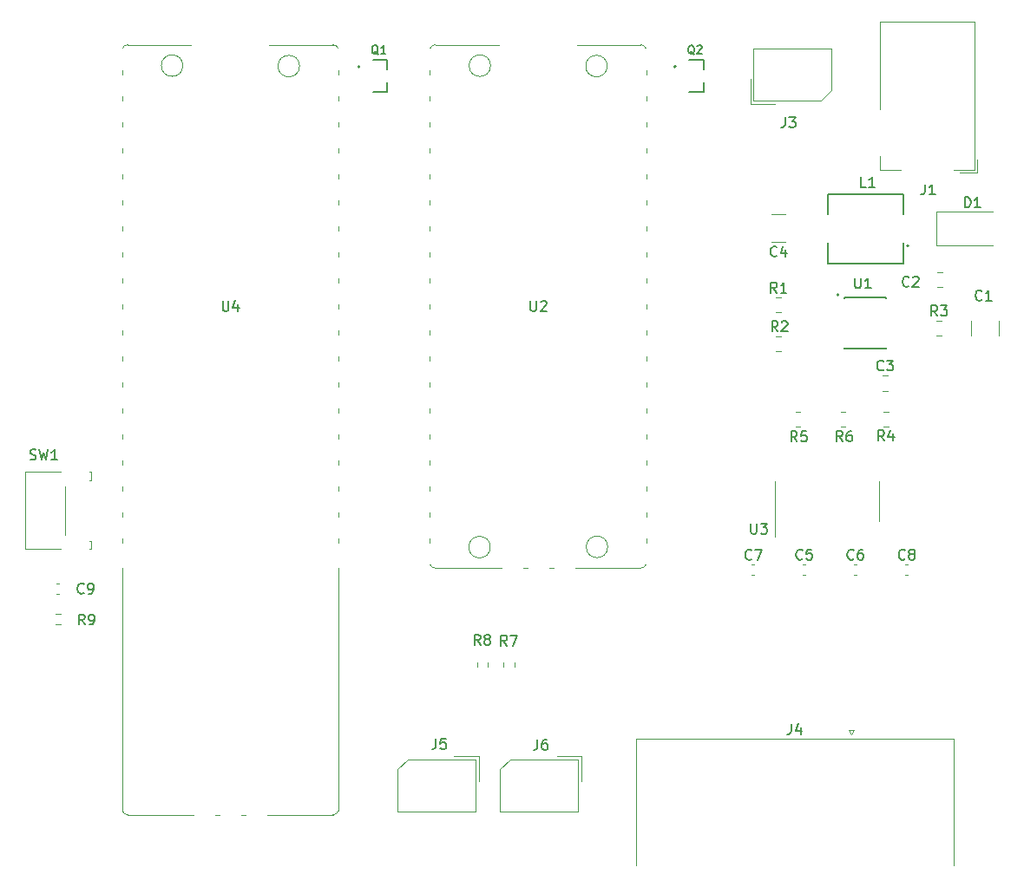
<source format=gbr>
%TF.GenerationSoftware,KiCad,Pcbnew,7.0.1-3b83917a11~172~ubuntu22.04.1*%
%TF.CreationDate,2023-04-16T23:39:10+09:00*%
%TF.ProjectId,pcb,7063622e-6b69-4636-9164-5f7063625858,rev?*%
%TF.SameCoordinates,Original*%
%TF.FileFunction,Legend,Top*%
%TF.FilePolarity,Positive*%
%FSLAX46Y46*%
G04 Gerber Fmt 4.6, Leading zero omitted, Abs format (unit mm)*
G04 Created by KiCad (PCBNEW 7.0.1-3b83917a11~172~ubuntu22.04.1) date 2023-04-16 23:39:10*
%MOMM*%
%LPD*%
G01*
G04 APERTURE LIST*
%ADD10C,0.150000*%
%ADD11C,0.120000*%
%ADD12C,0.200000*%
%ADD13C,0.127000*%
G04 APERTURE END LIST*
D10*
%TO.C,U3*%
X91172295Y-67227419D02*
X91172295Y-68036942D01*
X91172295Y-68036942D02*
X91219914Y-68132180D01*
X91219914Y-68132180D02*
X91267533Y-68179800D01*
X91267533Y-68179800D02*
X91362771Y-68227419D01*
X91362771Y-68227419D02*
X91553247Y-68227419D01*
X91553247Y-68227419D02*
X91648485Y-68179800D01*
X91648485Y-68179800D02*
X91696104Y-68132180D01*
X91696104Y-68132180D02*
X91743723Y-68036942D01*
X91743723Y-68036942D02*
X91743723Y-67227419D01*
X92124676Y-67227419D02*
X92743723Y-67227419D01*
X92743723Y-67227419D02*
X92410390Y-67608371D01*
X92410390Y-67608371D02*
X92553247Y-67608371D01*
X92553247Y-67608371D02*
X92648485Y-67655990D01*
X92648485Y-67655990D02*
X92696104Y-67703609D01*
X92696104Y-67703609D02*
X92743723Y-67798847D01*
X92743723Y-67798847D02*
X92743723Y-68036942D01*
X92743723Y-68036942D02*
X92696104Y-68132180D01*
X92696104Y-68132180D02*
X92648485Y-68179800D01*
X92648485Y-68179800D02*
X92553247Y-68227419D01*
X92553247Y-68227419D02*
X92267533Y-68227419D01*
X92267533Y-68227419D02*
X92172295Y-68179800D01*
X92172295Y-68179800D02*
X92124676Y-68132180D01*
%TO.C,R7*%
X67371933Y-79150819D02*
X67038600Y-78674628D01*
X66800505Y-79150819D02*
X66800505Y-78150819D01*
X66800505Y-78150819D02*
X67181457Y-78150819D01*
X67181457Y-78150819D02*
X67276695Y-78198438D01*
X67276695Y-78198438D02*
X67324314Y-78246057D01*
X67324314Y-78246057D02*
X67371933Y-78341295D01*
X67371933Y-78341295D02*
X67371933Y-78484152D01*
X67371933Y-78484152D02*
X67324314Y-78579390D01*
X67324314Y-78579390D02*
X67276695Y-78627009D01*
X67276695Y-78627009D02*
X67181457Y-78674628D01*
X67181457Y-78674628D02*
X66800505Y-78674628D01*
X67705267Y-78150819D02*
X68371933Y-78150819D01*
X68371933Y-78150819D02*
X67943362Y-79150819D01*
%TO.C,J4*%
X95126666Y-86776519D02*
X95126666Y-87490804D01*
X95126666Y-87490804D02*
X95079047Y-87633661D01*
X95079047Y-87633661D02*
X94983809Y-87728900D01*
X94983809Y-87728900D02*
X94840952Y-87776519D01*
X94840952Y-87776519D02*
X94745714Y-87776519D01*
X96031428Y-87109852D02*
X96031428Y-87776519D01*
X95793333Y-86728900D02*
X95555238Y-87443185D01*
X95555238Y-87443185D02*
X96174285Y-87443185D01*
%TO.C,J5*%
X60448866Y-88235619D02*
X60448866Y-88949904D01*
X60448866Y-88949904D02*
X60401247Y-89092761D01*
X60401247Y-89092761D02*
X60306009Y-89188000D01*
X60306009Y-89188000D02*
X60163152Y-89235619D01*
X60163152Y-89235619D02*
X60067914Y-89235619D01*
X61401247Y-88235619D02*
X60925057Y-88235619D01*
X60925057Y-88235619D02*
X60877438Y-88711809D01*
X60877438Y-88711809D02*
X60925057Y-88664190D01*
X60925057Y-88664190D02*
X61020295Y-88616571D01*
X61020295Y-88616571D02*
X61258390Y-88616571D01*
X61258390Y-88616571D02*
X61353628Y-88664190D01*
X61353628Y-88664190D02*
X61401247Y-88711809D01*
X61401247Y-88711809D02*
X61448866Y-88807047D01*
X61448866Y-88807047D02*
X61448866Y-89045142D01*
X61448866Y-89045142D02*
X61401247Y-89140380D01*
X61401247Y-89140380D02*
X61353628Y-89188000D01*
X61353628Y-89188000D02*
X61258390Y-89235619D01*
X61258390Y-89235619D02*
X61020295Y-89235619D01*
X61020295Y-89235619D02*
X60925057Y-89188000D01*
X60925057Y-89188000D02*
X60877438Y-89140380D01*
%TO.C,R8*%
X64781133Y-79100019D02*
X64447800Y-78623828D01*
X64209705Y-79100019D02*
X64209705Y-78100019D01*
X64209705Y-78100019D02*
X64590657Y-78100019D01*
X64590657Y-78100019D02*
X64685895Y-78147638D01*
X64685895Y-78147638D02*
X64733514Y-78195257D01*
X64733514Y-78195257D02*
X64781133Y-78290495D01*
X64781133Y-78290495D02*
X64781133Y-78433352D01*
X64781133Y-78433352D02*
X64733514Y-78528590D01*
X64733514Y-78528590D02*
X64685895Y-78576209D01*
X64685895Y-78576209D02*
X64590657Y-78623828D01*
X64590657Y-78623828D02*
X64209705Y-78623828D01*
X65352562Y-78528590D02*
X65257324Y-78480971D01*
X65257324Y-78480971D02*
X65209705Y-78433352D01*
X65209705Y-78433352D02*
X65162086Y-78338114D01*
X65162086Y-78338114D02*
X65162086Y-78290495D01*
X65162086Y-78290495D02*
X65209705Y-78195257D01*
X65209705Y-78195257D02*
X65257324Y-78147638D01*
X65257324Y-78147638D02*
X65352562Y-78100019D01*
X65352562Y-78100019D02*
X65543038Y-78100019D01*
X65543038Y-78100019D02*
X65638276Y-78147638D01*
X65638276Y-78147638D02*
X65685895Y-78195257D01*
X65685895Y-78195257D02*
X65733514Y-78290495D01*
X65733514Y-78290495D02*
X65733514Y-78338114D01*
X65733514Y-78338114D02*
X65685895Y-78433352D01*
X65685895Y-78433352D02*
X65638276Y-78480971D01*
X65638276Y-78480971D02*
X65543038Y-78528590D01*
X65543038Y-78528590D02*
X65352562Y-78528590D01*
X65352562Y-78528590D02*
X65257324Y-78576209D01*
X65257324Y-78576209D02*
X65209705Y-78623828D01*
X65209705Y-78623828D02*
X65162086Y-78719066D01*
X65162086Y-78719066D02*
X65162086Y-78909542D01*
X65162086Y-78909542D02*
X65209705Y-79004780D01*
X65209705Y-79004780D02*
X65257324Y-79052400D01*
X65257324Y-79052400D02*
X65352562Y-79100019D01*
X65352562Y-79100019D02*
X65543038Y-79100019D01*
X65543038Y-79100019D02*
X65638276Y-79052400D01*
X65638276Y-79052400D02*
X65685895Y-79004780D01*
X65685895Y-79004780D02*
X65733514Y-78909542D01*
X65733514Y-78909542D02*
X65733514Y-78719066D01*
X65733514Y-78719066D02*
X65685895Y-78623828D01*
X65685895Y-78623828D02*
X65638276Y-78576209D01*
X65638276Y-78576209D02*
X65543038Y-78528590D01*
%TO.C,C8*%
X106207133Y-70664580D02*
X106159514Y-70712200D01*
X106159514Y-70712200D02*
X106016657Y-70759819D01*
X106016657Y-70759819D02*
X105921419Y-70759819D01*
X105921419Y-70759819D02*
X105778562Y-70712200D01*
X105778562Y-70712200D02*
X105683324Y-70616961D01*
X105683324Y-70616961D02*
X105635705Y-70521723D01*
X105635705Y-70521723D02*
X105588086Y-70331247D01*
X105588086Y-70331247D02*
X105588086Y-70188390D01*
X105588086Y-70188390D02*
X105635705Y-69997914D01*
X105635705Y-69997914D02*
X105683324Y-69902676D01*
X105683324Y-69902676D02*
X105778562Y-69807438D01*
X105778562Y-69807438D02*
X105921419Y-69759819D01*
X105921419Y-69759819D02*
X106016657Y-69759819D01*
X106016657Y-69759819D02*
X106159514Y-69807438D01*
X106159514Y-69807438D02*
X106207133Y-69855057D01*
X106778562Y-70188390D02*
X106683324Y-70140771D01*
X106683324Y-70140771D02*
X106635705Y-70093152D01*
X106635705Y-70093152D02*
X106588086Y-69997914D01*
X106588086Y-69997914D02*
X106588086Y-69950295D01*
X106588086Y-69950295D02*
X106635705Y-69855057D01*
X106635705Y-69855057D02*
X106683324Y-69807438D01*
X106683324Y-69807438D02*
X106778562Y-69759819D01*
X106778562Y-69759819D02*
X106969038Y-69759819D01*
X106969038Y-69759819D02*
X107064276Y-69807438D01*
X107064276Y-69807438D02*
X107111895Y-69855057D01*
X107111895Y-69855057D02*
X107159514Y-69950295D01*
X107159514Y-69950295D02*
X107159514Y-69997914D01*
X107159514Y-69997914D02*
X107111895Y-70093152D01*
X107111895Y-70093152D02*
X107064276Y-70140771D01*
X107064276Y-70140771D02*
X106969038Y-70188390D01*
X106969038Y-70188390D02*
X106778562Y-70188390D01*
X106778562Y-70188390D02*
X106683324Y-70236009D01*
X106683324Y-70236009D02*
X106635705Y-70283628D01*
X106635705Y-70283628D02*
X106588086Y-70378866D01*
X106588086Y-70378866D02*
X106588086Y-70569342D01*
X106588086Y-70569342D02*
X106635705Y-70664580D01*
X106635705Y-70664580D02*
X106683324Y-70712200D01*
X106683324Y-70712200D02*
X106778562Y-70759819D01*
X106778562Y-70759819D02*
X106969038Y-70759819D01*
X106969038Y-70759819D02*
X107064276Y-70712200D01*
X107064276Y-70712200D02*
X107111895Y-70664580D01*
X107111895Y-70664580D02*
X107159514Y-70569342D01*
X107159514Y-70569342D02*
X107159514Y-70378866D01*
X107159514Y-70378866D02*
X107111895Y-70283628D01*
X107111895Y-70283628D02*
X107064276Y-70236009D01*
X107064276Y-70236009D02*
X106969038Y-70188390D01*
%TO.C,C9*%
X26096933Y-73976580D02*
X26049314Y-74024200D01*
X26049314Y-74024200D02*
X25906457Y-74071819D01*
X25906457Y-74071819D02*
X25811219Y-74071819D01*
X25811219Y-74071819D02*
X25668362Y-74024200D01*
X25668362Y-74024200D02*
X25573124Y-73928961D01*
X25573124Y-73928961D02*
X25525505Y-73833723D01*
X25525505Y-73833723D02*
X25477886Y-73643247D01*
X25477886Y-73643247D02*
X25477886Y-73500390D01*
X25477886Y-73500390D02*
X25525505Y-73309914D01*
X25525505Y-73309914D02*
X25573124Y-73214676D01*
X25573124Y-73214676D02*
X25668362Y-73119438D01*
X25668362Y-73119438D02*
X25811219Y-73071819D01*
X25811219Y-73071819D02*
X25906457Y-73071819D01*
X25906457Y-73071819D02*
X26049314Y-73119438D01*
X26049314Y-73119438D02*
X26096933Y-73167057D01*
X26573124Y-74071819D02*
X26763600Y-74071819D01*
X26763600Y-74071819D02*
X26858838Y-74024200D01*
X26858838Y-74024200D02*
X26906457Y-73976580D01*
X26906457Y-73976580D02*
X27001695Y-73833723D01*
X27001695Y-73833723D02*
X27049314Y-73643247D01*
X27049314Y-73643247D02*
X27049314Y-73262295D01*
X27049314Y-73262295D02*
X27001695Y-73167057D01*
X27001695Y-73167057D02*
X26954076Y-73119438D01*
X26954076Y-73119438D02*
X26858838Y-73071819D01*
X26858838Y-73071819D02*
X26668362Y-73071819D01*
X26668362Y-73071819D02*
X26573124Y-73119438D01*
X26573124Y-73119438D02*
X26525505Y-73167057D01*
X26525505Y-73167057D02*
X26477886Y-73262295D01*
X26477886Y-73262295D02*
X26477886Y-73500390D01*
X26477886Y-73500390D02*
X26525505Y-73595628D01*
X26525505Y-73595628D02*
X26573124Y-73643247D01*
X26573124Y-73643247D02*
X26668362Y-73690866D01*
X26668362Y-73690866D02*
X26858838Y-73690866D01*
X26858838Y-73690866D02*
X26954076Y-73643247D01*
X26954076Y-73643247D02*
X27001695Y-73595628D01*
X27001695Y-73595628D02*
X27049314Y-73500390D01*
%TO.C,C5*%
X96207133Y-70664580D02*
X96159514Y-70712200D01*
X96159514Y-70712200D02*
X96016657Y-70759819D01*
X96016657Y-70759819D02*
X95921419Y-70759819D01*
X95921419Y-70759819D02*
X95778562Y-70712200D01*
X95778562Y-70712200D02*
X95683324Y-70616961D01*
X95683324Y-70616961D02*
X95635705Y-70521723D01*
X95635705Y-70521723D02*
X95588086Y-70331247D01*
X95588086Y-70331247D02*
X95588086Y-70188390D01*
X95588086Y-70188390D02*
X95635705Y-69997914D01*
X95635705Y-69997914D02*
X95683324Y-69902676D01*
X95683324Y-69902676D02*
X95778562Y-69807438D01*
X95778562Y-69807438D02*
X95921419Y-69759819D01*
X95921419Y-69759819D02*
X96016657Y-69759819D01*
X96016657Y-69759819D02*
X96159514Y-69807438D01*
X96159514Y-69807438D02*
X96207133Y-69855057D01*
X97111895Y-69759819D02*
X96635705Y-69759819D01*
X96635705Y-69759819D02*
X96588086Y-70236009D01*
X96588086Y-70236009D02*
X96635705Y-70188390D01*
X96635705Y-70188390D02*
X96730943Y-70140771D01*
X96730943Y-70140771D02*
X96969038Y-70140771D01*
X96969038Y-70140771D02*
X97064276Y-70188390D01*
X97064276Y-70188390D02*
X97111895Y-70236009D01*
X97111895Y-70236009D02*
X97159514Y-70331247D01*
X97159514Y-70331247D02*
X97159514Y-70569342D01*
X97159514Y-70569342D02*
X97111895Y-70664580D01*
X97111895Y-70664580D02*
X97064276Y-70712200D01*
X97064276Y-70712200D02*
X96969038Y-70759819D01*
X96969038Y-70759819D02*
X96730943Y-70759819D01*
X96730943Y-70759819D02*
X96635705Y-70712200D01*
X96635705Y-70712200D02*
X96588086Y-70664580D01*
%TO.C,R2*%
X93799533Y-48466219D02*
X93466200Y-47990028D01*
X93228105Y-48466219D02*
X93228105Y-47466219D01*
X93228105Y-47466219D02*
X93609057Y-47466219D01*
X93609057Y-47466219D02*
X93704295Y-47513838D01*
X93704295Y-47513838D02*
X93751914Y-47561457D01*
X93751914Y-47561457D02*
X93799533Y-47656695D01*
X93799533Y-47656695D02*
X93799533Y-47799552D01*
X93799533Y-47799552D02*
X93751914Y-47894790D01*
X93751914Y-47894790D02*
X93704295Y-47942409D01*
X93704295Y-47942409D02*
X93609057Y-47990028D01*
X93609057Y-47990028D02*
X93228105Y-47990028D01*
X94180486Y-47561457D02*
X94228105Y-47513838D01*
X94228105Y-47513838D02*
X94323343Y-47466219D01*
X94323343Y-47466219D02*
X94561438Y-47466219D01*
X94561438Y-47466219D02*
X94656676Y-47513838D01*
X94656676Y-47513838D02*
X94704295Y-47561457D01*
X94704295Y-47561457D02*
X94751914Y-47656695D01*
X94751914Y-47656695D02*
X94751914Y-47751933D01*
X94751914Y-47751933D02*
X94704295Y-47894790D01*
X94704295Y-47894790D02*
X94132867Y-48466219D01*
X94132867Y-48466219D02*
X94751914Y-48466219D01*
%TO.C,R6*%
X100124133Y-59185019D02*
X99790800Y-58708828D01*
X99552705Y-59185019D02*
X99552705Y-58185019D01*
X99552705Y-58185019D02*
X99933657Y-58185019D01*
X99933657Y-58185019D02*
X100028895Y-58232638D01*
X100028895Y-58232638D02*
X100076514Y-58280257D01*
X100076514Y-58280257D02*
X100124133Y-58375495D01*
X100124133Y-58375495D02*
X100124133Y-58518352D01*
X100124133Y-58518352D02*
X100076514Y-58613590D01*
X100076514Y-58613590D02*
X100028895Y-58661209D01*
X100028895Y-58661209D02*
X99933657Y-58708828D01*
X99933657Y-58708828D02*
X99552705Y-58708828D01*
X100981276Y-58185019D02*
X100790800Y-58185019D01*
X100790800Y-58185019D02*
X100695562Y-58232638D01*
X100695562Y-58232638D02*
X100647943Y-58280257D01*
X100647943Y-58280257D02*
X100552705Y-58423114D01*
X100552705Y-58423114D02*
X100505086Y-58613590D01*
X100505086Y-58613590D02*
X100505086Y-58994542D01*
X100505086Y-58994542D02*
X100552705Y-59089780D01*
X100552705Y-59089780D02*
X100600324Y-59137400D01*
X100600324Y-59137400D02*
X100695562Y-59185019D01*
X100695562Y-59185019D02*
X100886038Y-59185019D01*
X100886038Y-59185019D02*
X100981276Y-59137400D01*
X100981276Y-59137400D02*
X101028895Y-59089780D01*
X101028895Y-59089780D02*
X101076514Y-58994542D01*
X101076514Y-58994542D02*
X101076514Y-58756447D01*
X101076514Y-58756447D02*
X101028895Y-58661209D01*
X101028895Y-58661209D02*
X100981276Y-58613590D01*
X100981276Y-58613590D02*
X100886038Y-58565971D01*
X100886038Y-58565971D02*
X100695562Y-58565971D01*
X100695562Y-58565971D02*
X100600324Y-58613590D01*
X100600324Y-58613590D02*
X100552705Y-58661209D01*
X100552705Y-58661209D02*
X100505086Y-58756447D01*
%TO.C,C3*%
X104111933Y-52200980D02*
X104064314Y-52248600D01*
X104064314Y-52248600D02*
X103921457Y-52296219D01*
X103921457Y-52296219D02*
X103826219Y-52296219D01*
X103826219Y-52296219D02*
X103683362Y-52248600D01*
X103683362Y-52248600D02*
X103588124Y-52153361D01*
X103588124Y-52153361D02*
X103540505Y-52058123D01*
X103540505Y-52058123D02*
X103492886Y-51867647D01*
X103492886Y-51867647D02*
X103492886Y-51724790D01*
X103492886Y-51724790D02*
X103540505Y-51534314D01*
X103540505Y-51534314D02*
X103588124Y-51439076D01*
X103588124Y-51439076D02*
X103683362Y-51343838D01*
X103683362Y-51343838D02*
X103826219Y-51296219D01*
X103826219Y-51296219D02*
X103921457Y-51296219D01*
X103921457Y-51296219D02*
X104064314Y-51343838D01*
X104064314Y-51343838D02*
X104111933Y-51391457D01*
X104445267Y-51296219D02*
X105064314Y-51296219D01*
X105064314Y-51296219D02*
X104730981Y-51677171D01*
X104730981Y-51677171D02*
X104873838Y-51677171D01*
X104873838Y-51677171D02*
X104969076Y-51724790D01*
X104969076Y-51724790D02*
X105016695Y-51772409D01*
X105016695Y-51772409D02*
X105064314Y-51867647D01*
X105064314Y-51867647D02*
X105064314Y-52105742D01*
X105064314Y-52105742D02*
X105016695Y-52200980D01*
X105016695Y-52200980D02*
X104969076Y-52248600D01*
X104969076Y-52248600D02*
X104873838Y-52296219D01*
X104873838Y-52296219D02*
X104588124Y-52296219D01*
X104588124Y-52296219D02*
X104492886Y-52248600D01*
X104492886Y-52248600D02*
X104445267Y-52200980D01*
%TO.C,R3*%
X109369733Y-46943219D02*
X109036400Y-46467028D01*
X108798305Y-46943219D02*
X108798305Y-45943219D01*
X108798305Y-45943219D02*
X109179257Y-45943219D01*
X109179257Y-45943219D02*
X109274495Y-45990838D01*
X109274495Y-45990838D02*
X109322114Y-46038457D01*
X109322114Y-46038457D02*
X109369733Y-46133695D01*
X109369733Y-46133695D02*
X109369733Y-46276552D01*
X109369733Y-46276552D02*
X109322114Y-46371790D01*
X109322114Y-46371790D02*
X109274495Y-46419409D01*
X109274495Y-46419409D02*
X109179257Y-46467028D01*
X109179257Y-46467028D02*
X108798305Y-46467028D01*
X109703067Y-45943219D02*
X110322114Y-45943219D01*
X110322114Y-45943219D02*
X109988781Y-46324171D01*
X109988781Y-46324171D02*
X110131638Y-46324171D01*
X110131638Y-46324171D02*
X110226876Y-46371790D01*
X110226876Y-46371790D02*
X110274495Y-46419409D01*
X110274495Y-46419409D02*
X110322114Y-46514647D01*
X110322114Y-46514647D02*
X110322114Y-46752742D01*
X110322114Y-46752742D02*
X110274495Y-46847980D01*
X110274495Y-46847980D02*
X110226876Y-46895600D01*
X110226876Y-46895600D02*
X110131638Y-46943219D01*
X110131638Y-46943219D02*
X109845924Y-46943219D01*
X109845924Y-46943219D02*
X109750686Y-46895600D01*
X109750686Y-46895600D02*
X109703067Y-46847980D01*
%TO.C,C1*%
X113713133Y-45348380D02*
X113665514Y-45396000D01*
X113665514Y-45396000D02*
X113522657Y-45443619D01*
X113522657Y-45443619D02*
X113427419Y-45443619D01*
X113427419Y-45443619D02*
X113284562Y-45396000D01*
X113284562Y-45396000D02*
X113189324Y-45300761D01*
X113189324Y-45300761D02*
X113141705Y-45205523D01*
X113141705Y-45205523D02*
X113094086Y-45015047D01*
X113094086Y-45015047D02*
X113094086Y-44872190D01*
X113094086Y-44872190D02*
X113141705Y-44681714D01*
X113141705Y-44681714D02*
X113189324Y-44586476D01*
X113189324Y-44586476D02*
X113284562Y-44491238D01*
X113284562Y-44491238D02*
X113427419Y-44443619D01*
X113427419Y-44443619D02*
X113522657Y-44443619D01*
X113522657Y-44443619D02*
X113665514Y-44491238D01*
X113665514Y-44491238D02*
X113713133Y-44538857D01*
X114665514Y-45443619D02*
X114094086Y-45443619D01*
X114379800Y-45443619D02*
X114379800Y-44443619D01*
X114379800Y-44443619D02*
X114284562Y-44586476D01*
X114284562Y-44586476D02*
X114189324Y-44681714D01*
X114189324Y-44681714D02*
X114094086Y-44729333D01*
%TO.C,R9*%
X26173133Y-77094419D02*
X25839800Y-76618228D01*
X25601705Y-77094419D02*
X25601705Y-76094419D01*
X25601705Y-76094419D02*
X25982657Y-76094419D01*
X25982657Y-76094419D02*
X26077895Y-76142038D01*
X26077895Y-76142038D02*
X26125514Y-76189657D01*
X26125514Y-76189657D02*
X26173133Y-76284895D01*
X26173133Y-76284895D02*
X26173133Y-76427752D01*
X26173133Y-76427752D02*
X26125514Y-76522990D01*
X26125514Y-76522990D02*
X26077895Y-76570609D01*
X26077895Y-76570609D02*
X25982657Y-76618228D01*
X25982657Y-76618228D02*
X25601705Y-76618228D01*
X26649324Y-77094419D02*
X26839800Y-77094419D01*
X26839800Y-77094419D02*
X26935038Y-77046800D01*
X26935038Y-77046800D02*
X26982657Y-76999180D01*
X26982657Y-76999180D02*
X27077895Y-76856323D01*
X27077895Y-76856323D02*
X27125514Y-76665847D01*
X27125514Y-76665847D02*
X27125514Y-76284895D01*
X27125514Y-76284895D02*
X27077895Y-76189657D01*
X27077895Y-76189657D02*
X27030276Y-76142038D01*
X27030276Y-76142038D02*
X26935038Y-76094419D01*
X26935038Y-76094419D02*
X26744562Y-76094419D01*
X26744562Y-76094419D02*
X26649324Y-76142038D01*
X26649324Y-76142038D02*
X26601705Y-76189657D01*
X26601705Y-76189657D02*
X26554086Y-76284895D01*
X26554086Y-76284895D02*
X26554086Y-76522990D01*
X26554086Y-76522990D02*
X26601705Y-76618228D01*
X26601705Y-76618228D02*
X26649324Y-76665847D01*
X26649324Y-76665847D02*
X26744562Y-76713466D01*
X26744562Y-76713466D02*
X26935038Y-76713466D01*
X26935038Y-76713466D02*
X27030276Y-76665847D01*
X27030276Y-76665847D02*
X27077895Y-76618228D01*
X27077895Y-76618228D02*
X27125514Y-76522990D01*
%TO.C,J6*%
X70354866Y-88311819D02*
X70354866Y-89026104D01*
X70354866Y-89026104D02*
X70307247Y-89168961D01*
X70307247Y-89168961D02*
X70212009Y-89264200D01*
X70212009Y-89264200D02*
X70069152Y-89311819D01*
X70069152Y-89311819D02*
X69973914Y-89311819D01*
X71259628Y-88311819D02*
X71069152Y-88311819D01*
X71069152Y-88311819D02*
X70973914Y-88359438D01*
X70973914Y-88359438D02*
X70926295Y-88407057D01*
X70926295Y-88407057D02*
X70831057Y-88549914D01*
X70831057Y-88549914D02*
X70783438Y-88740390D01*
X70783438Y-88740390D02*
X70783438Y-89121342D01*
X70783438Y-89121342D02*
X70831057Y-89216580D01*
X70831057Y-89216580D02*
X70878676Y-89264200D01*
X70878676Y-89264200D02*
X70973914Y-89311819D01*
X70973914Y-89311819D02*
X71164390Y-89311819D01*
X71164390Y-89311819D02*
X71259628Y-89264200D01*
X71259628Y-89264200D02*
X71307247Y-89216580D01*
X71307247Y-89216580D02*
X71354866Y-89121342D01*
X71354866Y-89121342D02*
X71354866Y-88883247D01*
X71354866Y-88883247D02*
X71307247Y-88788009D01*
X71307247Y-88788009D02*
X71259628Y-88740390D01*
X71259628Y-88740390D02*
X71164390Y-88692771D01*
X71164390Y-88692771D02*
X70973914Y-88692771D01*
X70973914Y-88692771D02*
X70878676Y-88740390D01*
X70878676Y-88740390D02*
X70831057Y-88788009D01*
X70831057Y-88788009D02*
X70783438Y-88883247D01*
%TO.C,R4*%
X104188133Y-59133219D02*
X103854800Y-58657028D01*
X103616705Y-59133219D02*
X103616705Y-58133219D01*
X103616705Y-58133219D02*
X103997657Y-58133219D01*
X103997657Y-58133219D02*
X104092895Y-58180838D01*
X104092895Y-58180838D02*
X104140514Y-58228457D01*
X104140514Y-58228457D02*
X104188133Y-58323695D01*
X104188133Y-58323695D02*
X104188133Y-58466552D01*
X104188133Y-58466552D02*
X104140514Y-58561790D01*
X104140514Y-58561790D02*
X104092895Y-58609409D01*
X104092895Y-58609409D02*
X103997657Y-58657028D01*
X103997657Y-58657028D02*
X103616705Y-58657028D01*
X105045276Y-58466552D02*
X105045276Y-59133219D01*
X104807181Y-58085600D02*
X104569086Y-58799885D01*
X104569086Y-58799885D02*
X105188133Y-58799885D01*
%TO.C,C6*%
X101207133Y-70664580D02*
X101159514Y-70712200D01*
X101159514Y-70712200D02*
X101016657Y-70759819D01*
X101016657Y-70759819D02*
X100921419Y-70759819D01*
X100921419Y-70759819D02*
X100778562Y-70712200D01*
X100778562Y-70712200D02*
X100683324Y-70616961D01*
X100683324Y-70616961D02*
X100635705Y-70521723D01*
X100635705Y-70521723D02*
X100588086Y-70331247D01*
X100588086Y-70331247D02*
X100588086Y-70188390D01*
X100588086Y-70188390D02*
X100635705Y-69997914D01*
X100635705Y-69997914D02*
X100683324Y-69902676D01*
X100683324Y-69902676D02*
X100778562Y-69807438D01*
X100778562Y-69807438D02*
X100921419Y-69759819D01*
X100921419Y-69759819D02*
X101016657Y-69759819D01*
X101016657Y-69759819D02*
X101159514Y-69807438D01*
X101159514Y-69807438D02*
X101207133Y-69855057D01*
X102064276Y-69759819D02*
X101873800Y-69759819D01*
X101873800Y-69759819D02*
X101778562Y-69807438D01*
X101778562Y-69807438D02*
X101730943Y-69855057D01*
X101730943Y-69855057D02*
X101635705Y-69997914D01*
X101635705Y-69997914D02*
X101588086Y-70188390D01*
X101588086Y-70188390D02*
X101588086Y-70569342D01*
X101588086Y-70569342D02*
X101635705Y-70664580D01*
X101635705Y-70664580D02*
X101683324Y-70712200D01*
X101683324Y-70712200D02*
X101778562Y-70759819D01*
X101778562Y-70759819D02*
X101969038Y-70759819D01*
X101969038Y-70759819D02*
X102064276Y-70712200D01*
X102064276Y-70712200D02*
X102111895Y-70664580D01*
X102111895Y-70664580D02*
X102159514Y-70569342D01*
X102159514Y-70569342D02*
X102159514Y-70331247D01*
X102159514Y-70331247D02*
X102111895Y-70236009D01*
X102111895Y-70236009D02*
X102064276Y-70188390D01*
X102064276Y-70188390D02*
X101969038Y-70140771D01*
X101969038Y-70140771D02*
X101778562Y-70140771D01*
X101778562Y-70140771D02*
X101683324Y-70188390D01*
X101683324Y-70188390D02*
X101635705Y-70236009D01*
X101635705Y-70236009D02*
X101588086Y-70331247D01*
%TO.C,R5*%
X95679133Y-59210419D02*
X95345800Y-58734228D01*
X95107705Y-59210419D02*
X95107705Y-58210419D01*
X95107705Y-58210419D02*
X95488657Y-58210419D01*
X95488657Y-58210419D02*
X95583895Y-58258038D01*
X95583895Y-58258038D02*
X95631514Y-58305657D01*
X95631514Y-58305657D02*
X95679133Y-58400895D01*
X95679133Y-58400895D02*
X95679133Y-58543752D01*
X95679133Y-58543752D02*
X95631514Y-58638990D01*
X95631514Y-58638990D02*
X95583895Y-58686609D01*
X95583895Y-58686609D02*
X95488657Y-58734228D01*
X95488657Y-58734228D02*
X95107705Y-58734228D01*
X96583895Y-58210419D02*
X96107705Y-58210419D01*
X96107705Y-58210419D02*
X96060086Y-58686609D01*
X96060086Y-58686609D02*
X96107705Y-58638990D01*
X96107705Y-58638990D02*
X96202943Y-58591371D01*
X96202943Y-58591371D02*
X96441038Y-58591371D01*
X96441038Y-58591371D02*
X96536276Y-58638990D01*
X96536276Y-58638990D02*
X96583895Y-58686609D01*
X96583895Y-58686609D02*
X96631514Y-58781847D01*
X96631514Y-58781847D02*
X96631514Y-59019942D01*
X96631514Y-59019942D02*
X96583895Y-59115180D01*
X96583895Y-59115180D02*
X96536276Y-59162800D01*
X96536276Y-59162800D02*
X96441038Y-59210419D01*
X96441038Y-59210419D02*
X96202943Y-59210419D01*
X96202943Y-59210419D02*
X96107705Y-59162800D01*
X96107705Y-59162800D02*
X96060086Y-59115180D01*
%TO.C,L1*%
X102410115Y-34369270D02*
X101933872Y-34369270D01*
X101933872Y-34369270D02*
X101933872Y-33369160D01*
X103267352Y-34369270D02*
X102695861Y-34369270D01*
X102981606Y-34369270D02*
X102981606Y-33369160D01*
X102981606Y-33369160D02*
X102886358Y-33512033D01*
X102886358Y-33512033D02*
X102791109Y-33607281D01*
X102791109Y-33607281D02*
X102695861Y-33654906D01*
%TO.C,C7*%
X91234133Y-70672180D02*
X91186514Y-70719800D01*
X91186514Y-70719800D02*
X91043657Y-70767419D01*
X91043657Y-70767419D02*
X90948419Y-70767419D01*
X90948419Y-70767419D02*
X90805562Y-70719800D01*
X90805562Y-70719800D02*
X90710324Y-70624561D01*
X90710324Y-70624561D02*
X90662705Y-70529323D01*
X90662705Y-70529323D02*
X90615086Y-70338847D01*
X90615086Y-70338847D02*
X90615086Y-70195990D01*
X90615086Y-70195990D02*
X90662705Y-70005514D01*
X90662705Y-70005514D02*
X90710324Y-69910276D01*
X90710324Y-69910276D02*
X90805562Y-69815038D01*
X90805562Y-69815038D02*
X90948419Y-69767419D01*
X90948419Y-69767419D02*
X91043657Y-69767419D01*
X91043657Y-69767419D02*
X91186514Y-69815038D01*
X91186514Y-69815038D02*
X91234133Y-69862657D01*
X91567467Y-69767419D02*
X92234133Y-69767419D01*
X92234133Y-69767419D02*
X91805562Y-70767419D01*
%TO.C,U2*%
X69666895Y-45487419D02*
X69666895Y-46296942D01*
X69666895Y-46296942D02*
X69714514Y-46392180D01*
X69714514Y-46392180D02*
X69762133Y-46439800D01*
X69762133Y-46439800D02*
X69857371Y-46487419D01*
X69857371Y-46487419D02*
X70047847Y-46487419D01*
X70047847Y-46487419D02*
X70143085Y-46439800D01*
X70143085Y-46439800D02*
X70190704Y-46392180D01*
X70190704Y-46392180D02*
X70238323Y-46296942D01*
X70238323Y-46296942D02*
X70238323Y-45487419D01*
X70666895Y-45582657D02*
X70714514Y-45535038D01*
X70714514Y-45535038D02*
X70809752Y-45487419D01*
X70809752Y-45487419D02*
X71047847Y-45487419D01*
X71047847Y-45487419D02*
X71143085Y-45535038D01*
X71143085Y-45535038D02*
X71190704Y-45582657D01*
X71190704Y-45582657D02*
X71238323Y-45677895D01*
X71238323Y-45677895D02*
X71238323Y-45773133D01*
X71238323Y-45773133D02*
X71190704Y-45915990D01*
X71190704Y-45915990D02*
X70619276Y-46487419D01*
X70619276Y-46487419D02*
X71238323Y-46487419D01*
%TO.C,D1*%
X112049505Y-36365019D02*
X112049505Y-35365019D01*
X112049505Y-35365019D02*
X112287600Y-35365019D01*
X112287600Y-35365019D02*
X112430457Y-35412638D01*
X112430457Y-35412638D02*
X112525695Y-35507876D01*
X112525695Y-35507876D02*
X112573314Y-35603114D01*
X112573314Y-35603114D02*
X112620933Y-35793590D01*
X112620933Y-35793590D02*
X112620933Y-35936447D01*
X112620933Y-35936447D02*
X112573314Y-36126923D01*
X112573314Y-36126923D02*
X112525695Y-36222161D01*
X112525695Y-36222161D02*
X112430457Y-36317400D01*
X112430457Y-36317400D02*
X112287600Y-36365019D01*
X112287600Y-36365019D02*
X112049505Y-36365019D01*
X113573314Y-36365019D02*
X113001886Y-36365019D01*
X113287600Y-36365019D02*
X113287600Y-35365019D01*
X113287600Y-35365019D02*
X113192362Y-35507876D01*
X113192362Y-35507876D02*
X113097124Y-35603114D01*
X113097124Y-35603114D02*
X113001886Y-35650733D01*
%TO.C,J1*%
X108150066Y-34108219D02*
X108150066Y-34822504D01*
X108150066Y-34822504D02*
X108102447Y-34965361D01*
X108102447Y-34965361D02*
X108007209Y-35060600D01*
X108007209Y-35060600D02*
X107864352Y-35108219D01*
X107864352Y-35108219D02*
X107769114Y-35108219D01*
X109150066Y-35108219D02*
X108578638Y-35108219D01*
X108864352Y-35108219D02*
X108864352Y-34108219D01*
X108864352Y-34108219D02*
X108769114Y-34251076D01*
X108769114Y-34251076D02*
X108673876Y-34346314D01*
X108673876Y-34346314D02*
X108578638Y-34393933D01*
%TO.C,J3*%
X94530266Y-27544619D02*
X94530266Y-28258904D01*
X94530266Y-28258904D02*
X94482647Y-28401761D01*
X94482647Y-28401761D02*
X94387409Y-28497000D01*
X94387409Y-28497000D02*
X94244552Y-28544619D01*
X94244552Y-28544619D02*
X94149314Y-28544619D01*
X94911219Y-27544619D02*
X95530266Y-27544619D01*
X95530266Y-27544619D02*
X95196933Y-27925571D01*
X95196933Y-27925571D02*
X95339790Y-27925571D01*
X95339790Y-27925571D02*
X95435028Y-27973190D01*
X95435028Y-27973190D02*
X95482647Y-28020809D01*
X95482647Y-28020809D02*
X95530266Y-28116047D01*
X95530266Y-28116047D02*
X95530266Y-28354142D01*
X95530266Y-28354142D02*
X95482647Y-28449380D01*
X95482647Y-28449380D02*
X95435028Y-28497000D01*
X95435028Y-28497000D02*
X95339790Y-28544619D01*
X95339790Y-28544619D02*
X95054076Y-28544619D01*
X95054076Y-28544619D02*
X94958838Y-28497000D01*
X94958838Y-28497000D02*
X94911219Y-28449380D01*
%TO.C,SW1*%
X20840867Y-60943200D02*
X20983724Y-60990819D01*
X20983724Y-60990819D02*
X21221819Y-60990819D01*
X21221819Y-60990819D02*
X21317057Y-60943200D01*
X21317057Y-60943200D02*
X21364676Y-60895580D01*
X21364676Y-60895580D02*
X21412295Y-60800342D01*
X21412295Y-60800342D02*
X21412295Y-60705104D01*
X21412295Y-60705104D02*
X21364676Y-60609866D01*
X21364676Y-60609866D02*
X21317057Y-60562247D01*
X21317057Y-60562247D02*
X21221819Y-60514628D01*
X21221819Y-60514628D02*
X21031343Y-60467009D01*
X21031343Y-60467009D02*
X20936105Y-60419390D01*
X20936105Y-60419390D02*
X20888486Y-60371771D01*
X20888486Y-60371771D02*
X20840867Y-60276533D01*
X20840867Y-60276533D02*
X20840867Y-60181295D01*
X20840867Y-60181295D02*
X20888486Y-60086057D01*
X20888486Y-60086057D02*
X20936105Y-60038438D01*
X20936105Y-60038438D02*
X21031343Y-59990819D01*
X21031343Y-59990819D02*
X21269438Y-59990819D01*
X21269438Y-59990819D02*
X21412295Y-60038438D01*
X21745629Y-59990819D02*
X21983724Y-60990819D01*
X21983724Y-60990819D02*
X22174200Y-60276533D01*
X22174200Y-60276533D02*
X22364676Y-60990819D01*
X22364676Y-60990819D02*
X22602772Y-59990819D01*
X23507533Y-60990819D02*
X22936105Y-60990819D01*
X23221819Y-60990819D02*
X23221819Y-59990819D01*
X23221819Y-59990819D02*
X23126581Y-60133676D01*
X23126581Y-60133676D02*
X23031343Y-60228914D01*
X23031343Y-60228914D02*
X22936105Y-60276533D01*
%TO.C,Q2*%
X85654809Y-21418085D02*
X85578619Y-21379990D01*
X85578619Y-21379990D02*
X85502428Y-21303800D01*
X85502428Y-21303800D02*
X85388142Y-21189514D01*
X85388142Y-21189514D02*
X85311952Y-21151419D01*
X85311952Y-21151419D02*
X85235761Y-21151419D01*
X85273857Y-21341895D02*
X85197666Y-21303800D01*
X85197666Y-21303800D02*
X85121476Y-21227609D01*
X85121476Y-21227609D02*
X85083380Y-21075228D01*
X85083380Y-21075228D02*
X85083380Y-20808561D01*
X85083380Y-20808561D02*
X85121476Y-20656180D01*
X85121476Y-20656180D02*
X85197666Y-20579990D01*
X85197666Y-20579990D02*
X85273857Y-20541895D01*
X85273857Y-20541895D02*
X85426238Y-20541895D01*
X85426238Y-20541895D02*
X85502428Y-20579990D01*
X85502428Y-20579990D02*
X85578619Y-20656180D01*
X85578619Y-20656180D02*
X85616714Y-20808561D01*
X85616714Y-20808561D02*
X85616714Y-21075228D01*
X85616714Y-21075228D02*
X85578619Y-21227609D01*
X85578619Y-21227609D02*
X85502428Y-21303800D01*
X85502428Y-21303800D02*
X85426238Y-21341895D01*
X85426238Y-21341895D02*
X85273857Y-21341895D01*
X85921475Y-20618085D02*
X85959571Y-20579990D01*
X85959571Y-20579990D02*
X86035761Y-20541895D01*
X86035761Y-20541895D02*
X86226237Y-20541895D01*
X86226237Y-20541895D02*
X86302428Y-20579990D01*
X86302428Y-20579990D02*
X86340523Y-20618085D01*
X86340523Y-20618085D02*
X86378618Y-20694276D01*
X86378618Y-20694276D02*
X86378618Y-20770466D01*
X86378618Y-20770466D02*
X86340523Y-20884752D01*
X86340523Y-20884752D02*
X85883380Y-21341895D01*
X85883380Y-21341895D02*
X86378618Y-21341895D01*
%TO.C,Q1*%
X54810209Y-21418685D02*
X54734019Y-21380590D01*
X54734019Y-21380590D02*
X54657828Y-21304400D01*
X54657828Y-21304400D02*
X54543542Y-21190114D01*
X54543542Y-21190114D02*
X54467352Y-21152019D01*
X54467352Y-21152019D02*
X54391161Y-21152019D01*
X54429257Y-21342495D02*
X54353066Y-21304400D01*
X54353066Y-21304400D02*
X54276876Y-21228209D01*
X54276876Y-21228209D02*
X54238780Y-21075828D01*
X54238780Y-21075828D02*
X54238780Y-20809161D01*
X54238780Y-20809161D02*
X54276876Y-20656780D01*
X54276876Y-20656780D02*
X54353066Y-20580590D01*
X54353066Y-20580590D02*
X54429257Y-20542495D01*
X54429257Y-20542495D02*
X54581638Y-20542495D01*
X54581638Y-20542495D02*
X54657828Y-20580590D01*
X54657828Y-20580590D02*
X54734019Y-20656780D01*
X54734019Y-20656780D02*
X54772114Y-20809161D01*
X54772114Y-20809161D02*
X54772114Y-21075828D01*
X54772114Y-21075828D02*
X54734019Y-21228209D01*
X54734019Y-21228209D02*
X54657828Y-21304400D01*
X54657828Y-21304400D02*
X54581638Y-21342495D01*
X54581638Y-21342495D02*
X54429257Y-21342495D01*
X55534018Y-21342495D02*
X55076875Y-21342495D01*
X55305447Y-21342495D02*
X55305447Y-20542495D01*
X55305447Y-20542495D02*
X55229256Y-20656780D01*
X55229256Y-20656780D02*
X55153066Y-20732971D01*
X55153066Y-20732971D02*
X55076875Y-20771066D01*
%TO.C,C2*%
X106601133Y-44002180D02*
X106553514Y-44049800D01*
X106553514Y-44049800D02*
X106410657Y-44097419D01*
X106410657Y-44097419D02*
X106315419Y-44097419D01*
X106315419Y-44097419D02*
X106172562Y-44049800D01*
X106172562Y-44049800D02*
X106077324Y-43954561D01*
X106077324Y-43954561D02*
X106029705Y-43859323D01*
X106029705Y-43859323D02*
X105982086Y-43668847D01*
X105982086Y-43668847D02*
X105982086Y-43525990D01*
X105982086Y-43525990D02*
X106029705Y-43335514D01*
X106029705Y-43335514D02*
X106077324Y-43240276D01*
X106077324Y-43240276D02*
X106172562Y-43145038D01*
X106172562Y-43145038D02*
X106315419Y-43097419D01*
X106315419Y-43097419D02*
X106410657Y-43097419D01*
X106410657Y-43097419D02*
X106553514Y-43145038D01*
X106553514Y-43145038D02*
X106601133Y-43192657D01*
X106982086Y-43192657D02*
X107029705Y-43145038D01*
X107029705Y-43145038D02*
X107124943Y-43097419D01*
X107124943Y-43097419D02*
X107363038Y-43097419D01*
X107363038Y-43097419D02*
X107458276Y-43145038D01*
X107458276Y-43145038D02*
X107505895Y-43192657D01*
X107505895Y-43192657D02*
X107553514Y-43287895D01*
X107553514Y-43287895D02*
X107553514Y-43383133D01*
X107553514Y-43383133D02*
X107505895Y-43525990D01*
X107505895Y-43525990D02*
X106934467Y-44097419D01*
X106934467Y-44097419D02*
X107553514Y-44097419D01*
%TO.C,R1*%
X93699833Y-44682619D02*
X93366500Y-44206428D01*
X93128405Y-44682619D02*
X93128405Y-43682619D01*
X93128405Y-43682619D02*
X93509357Y-43682619D01*
X93509357Y-43682619D02*
X93604595Y-43730238D01*
X93604595Y-43730238D02*
X93652214Y-43777857D01*
X93652214Y-43777857D02*
X93699833Y-43873095D01*
X93699833Y-43873095D02*
X93699833Y-44015952D01*
X93699833Y-44015952D02*
X93652214Y-44111190D01*
X93652214Y-44111190D02*
X93604595Y-44158809D01*
X93604595Y-44158809D02*
X93509357Y-44206428D01*
X93509357Y-44206428D02*
X93128405Y-44206428D01*
X94652214Y-44682619D02*
X94080786Y-44682619D01*
X94366500Y-44682619D02*
X94366500Y-43682619D01*
X94366500Y-43682619D02*
X94271262Y-43825476D01*
X94271262Y-43825476D02*
X94176024Y-43920714D01*
X94176024Y-43920714D02*
X94080786Y-43968333D01*
%TO.C,U4*%
X39644095Y-45487419D02*
X39644095Y-46296942D01*
X39644095Y-46296942D02*
X39691714Y-46392180D01*
X39691714Y-46392180D02*
X39739333Y-46439800D01*
X39739333Y-46439800D02*
X39834571Y-46487419D01*
X39834571Y-46487419D02*
X40025047Y-46487419D01*
X40025047Y-46487419D02*
X40120285Y-46439800D01*
X40120285Y-46439800D02*
X40167904Y-46392180D01*
X40167904Y-46392180D02*
X40215523Y-46296942D01*
X40215523Y-46296942D02*
X40215523Y-45487419D01*
X41120285Y-45820752D02*
X41120285Y-46487419D01*
X40882190Y-45439800D02*
X40644095Y-46154085D01*
X40644095Y-46154085D02*
X41263142Y-46154085D01*
%TO.C,U1*%
X101329199Y-43247636D02*
X101329199Y-44060449D01*
X101329199Y-44060449D02*
X101377012Y-44156074D01*
X101377012Y-44156074D02*
X101424824Y-44203887D01*
X101424824Y-44203887D02*
X101520449Y-44251699D01*
X101520449Y-44251699D02*
X101711699Y-44251699D01*
X101711699Y-44251699D02*
X101807324Y-44203887D01*
X101807324Y-44203887D02*
X101855137Y-44156074D01*
X101855137Y-44156074D02*
X101902949Y-44060449D01*
X101902949Y-44060449D02*
X101902949Y-43247636D01*
X102907013Y-44251699D02*
X102333263Y-44251699D01*
X102620138Y-44251699D02*
X102620138Y-43247636D01*
X102620138Y-43247636D02*
X102524513Y-43391074D01*
X102524513Y-43391074D02*
X102428888Y-43486699D01*
X102428888Y-43486699D02*
X102333263Y-43534511D01*
%TO.C,C4*%
X93697933Y-41069780D02*
X93650314Y-41117400D01*
X93650314Y-41117400D02*
X93507457Y-41165019D01*
X93507457Y-41165019D02*
X93412219Y-41165019D01*
X93412219Y-41165019D02*
X93269362Y-41117400D01*
X93269362Y-41117400D02*
X93174124Y-41022161D01*
X93174124Y-41022161D02*
X93126505Y-40926923D01*
X93126505Y-40926923D02*
X93078886Y-40736447D01*
X93078886Y-40736447D02*
X93078886Y-40593590D01*
X93078886Y-40593590D02*
X93126505Y-40403114D01*
X93126505Y-40403114D02*
X93174124Y-40307876D01*
X93174124Y-40307876D02*
X93269362Y-40212638D01*
X93269362Y-40212638D02*
X93412219Y-40165019D01*
X93412219Y-40165019D02*
X93507457Y-40165019D01*
X93507457Y-40165019D02*
X93650314Y-40212638D01*
X93650314Y-40212638D02*
X93697933Y-40260257D01*
X94555076Y-40498352D02*
X94555076Y-41165019D01*
X94316981Y-40117400D02*
X94078886Y-40831685D01*
X94078886Y-40831685D02*
X94697933Y-40831685D01*
D11*
%TO.C,U3*%
X93554400Y-65031200D02*
X93554400Y-68481200D01*
X93554400Y-65031200D02*
X93554400Y-63081200D01*
X103674400Y-65031200D02*
X103674400Y-66981200D01*
X103674400Y-65031200D02*
X103674400Y-63081200D01*
%TO.C,R7*%
X68086500Y-80750142D02*
X68086500Y-81224658D01*
X67041500Y-80750142D02*
X67041500Y-81224658D01*
%TO.C,J4*%
X79975000Y-88253900D02*
X110945000Y-88253900D01*
X79975000Y-100593900D02*
X79975000Y-88253900D01*
X100750000Y-87359562D02*
X101250000Y-87359562D01*
X101000000Y-87792575D02*
X100750000Y-87359562D01*
X101250000Y-87359562D02*
X101000000Y-87792575D01*
X110945000Y-88253900D02*
X110945000Y-100593900D01*
%TO.C,J5*%
X64632800Y-92351200D02*
X64632800Y-89941200D01*
X64632800Y-89941200D02*
X62222800Y-89941200D01*
X64332800Y-95361200D02*
X64332800Y-90241200D01*
X64332800Y-90241200D02*
X57712800Y-90241200D01*
X57712800Y-90241200D02*
X56712800Y-91241200D01*
X56712800Y-95361200D02*
X64332800Y-95361200D01*
X56712800Y-91241200D02*
X56712800Y-95361200D01*
%TO.C,R8*%
X65521100Y-80750142D02*
X65521100Y-81224658D01*
X64476100Y-80750142D02*
X64476100Y-81224658D01*
%TO.C,C8*%
X106233220Y-71217200D02*
X106514380Y-71217200D01*
X106233220Y-72237200D02*
X106514380Y-72237200D01*
%TO.C,C9*%
X23379820Y-73048400D02*
X23660980Y-73048400D01*
X23379820Y-74068400D02*
X23660980Y-74068400D01*
%TO.C,C5*%
X96233220Y-71217200D02*
X96514380Y-71217200D01*
X96233220Y-72237200D02*
X96514380Y-72237200D01*
%TO.C,R2*%
X94093564Y-50389600D02*
X93639436Y-50389600D01*
X94093564Y-48919600D02*
X93639436Y-48919600D01*
%TO.C,R6*%
X99913236Y-56285600D02*
X100367364Y-56285600D01*
X99913236Y-57755600D02*
X100367364Y-57755600D01*
%TO.C,C3*%
X104017348Y-52778600D02*
X104539852Y-52778600D01*
X104017348Y-54248600D02*
X104539852Y-54248600D01*
%TO.C,R3*%
X109309336Y-47395600D02*
X109763464Y-47395600D01*
X109309336Y-48865600D02*
X109763464Y-48865600D01*
%TO.C,C1*%
X115366800Y-47419348D02*
X115366800Y-48841852D01*
X112646800Y-47419348D02*
X112646800Y-48841852D01*
%TO.C,R9*%
X23808458Y-77052700D02*
X23333942Y-77052700D01*
X23808458Y-76007700D02*
X23333942Y-76007700D01*
%TO.C,J6*%
X74640400Y-92351200D02*
X74640400Y-89941200D01*
X74640400Y-89941200D02*
X72230400Y-89941200D01*
X74340400Y-95361200D02*
X74340400Y-90241200D01*
X74340400Y-90241200D02*
X67720400Y-90241200D01*
X67720400Y-90241200D02*
X66720400Y-91241200D01*
X66720400Y-95361200D02*
X74340400Y-95361200D01*
X66720400Y-91241200D02*
X66720400Y-95361200D01*
%TO.C,R4*%
X104581864Y-57755600D02*
X104127736Y-57755600D01*
X104581864Y-56285600D02*
X104127736Y-56285600D01*
%TO.C,C6*%
X101233220Y-71217200D02*
X101514380Y-71217200D01*
X101233220Y-72237200D02*
X101514380Y-72237200D01*
%TO.C,R5*%
X95519036Y-56285600D02*
X95973164Y-56285600D01*
X95519036Y-57755600D02*
X95973164Y-57755600D01*
D12*
%TO.C,L1*%
X106023600Y-41827800D02*
X98723600Y-41827800D01*
X106023600Y-39827800D02*
X106023600Y-41827800D01*
X106023600Y-37027800D02*
X106023600Y-35027800D01*
X106023600Y-35027800D02*
X98723600Y-35027800D01*
X98723600Y-41827800D02*
X98723600Y-39827800D01*
X98723600Y-35027800D02*
X98723600Y-37027800D01*
X106573600Y-40127800D02*
G75*
G03*
X106573600Y-40127800I-100000J0D01*
G01*
D11*
%TO.C,C7*%
X91514380Y-72237200D02*
X91233220Y-72237200D01*
X91514380Y-71217200D02*
X91233220Y-71217200D01*
%TO.C,U2*%
X59848800Y-22954800D02*
X59848800Y-23374800D01*
X59848800Y-25494800D02*
X59848800Y-25914800D01*
X59848800Y-28034800D02*
X59848800Y-28454800D01*
X59848800Y-30574800D02*
X59848800Y-30994800D01*
X59848800Y-33114800D02*
X59848800Y-33534800D01*
X59848800Y-35654800D02*
X59848800Y-36074800D01*
X59848800Y-38194800D02*
X59848800Y-38614800D01*
X59848800Y-40734800D02*
X59848800Y-41154800D01*
X59848800Y-43274800D02*
X59848800Y-43694800D01*
X59848800Y-45814800D02*
X59848800Y-46234800D01*
X59848800Y-48354800D02*
X59848800Y-48774800D01*
X59848800Y-50894800D02*
X59848800Y-51314800D01*
X59848800Y-53434800D02*
X59848800Y-53854800D01*
X59848800Y-55974800D02*
X59848800Y-56394800D01*
X59848800Y-58514800D02*
X59848800Y-58934800D01*
X59848800Y-61054800D02*
X59848800Y-61474800D01*
X59848800Y-63594800D02*
X59848800Y-64014800D01*
X59848800Y-66134800D02*
X59848800Y-66554800D01*
X59848800Y-68674800D02*
X59848800Y-69094800D01*
X60408800Y-20464800D02*
X66598800Y-20464800D01*
X60408800Y-71584800D02*
X66808800Y-71584800D01*
X66598800Y-20464800D02*
X60408800Y-20464800D01*
X68928800Y-71584800D02*
X69348800Y-71584800D01*
X71468800Y-71584800D02*
X71888800Y-71584800D01*
X74008800Y-71584800D02*
X80408800Y-71584800D01*
X80408800Y-20464800D02*
X74218800Y-20464800D01*
X80968800Y-22954800D02*
X80968800Y-23374800D01*
X80968800Y-25494800D02*
X80968800Y-25914800D01*
X80968800Y-28034800D02*
X80968800Y-28454800D01*
X80968800Y-30574800D02*
X80968800Y-30994800D01*
X80968800Y-33114800D02*
X80968800Y-33534800D01*
X80968800Y-35654800D02*
X80968800Y-36074800D01*
X80968800Y-38194800D02*
X80968800Y-38614800D01*
X80968800Y-40734800D02*
X80968800Y-41154800D01*
X80968800Y-43274800D02*
X80968800Y-43694800D01*
X80968800Y-45814800D02*
X80968800Y-46234800D01*
X80968800Y-48354800D02*
X80968800Y-48774800D01*
X80968800Y-50894800D02*
X80968800Y-51314800D01*
X80968800Y-53434800D02*
X80968800Y-53854800D01*
X80968800Y-55974800D02*
X80968800Y-56394800D01*
X80968800Y-58514800D02*
X80968800Y-58934800D01*
X80968800Y-61054800D02*
X80968800Y-61474800D01*
X80968800Y-63594800D02*
X80968800Y-64014800D01*
X80968800Y-66134800D02*
X80968800Y-66554800D01*
X80968800Y-68674800D02*
X80968800Y-69094800D01*
X60408800Y-20464801D02*
G75*
G03*
X59878801Y-20834800I-1771J-562057D01*
G01*
X59878801Y-71214800D02*
G75*
G03*
X60408800Y-71584799I528226J192055D01*
G01*
X80938763Y-20834814D02*
G75*
G03*
X80408800Y-20464801I-528263J-192086D01*
G01*
X80408800Y-71584772D02*
G75*
G03*
X80938799Y-71214800I1700J562172D01*
G01*
X65748800Y-69524800D02*
G75*
G03*
X65748800Y-69524800I-1050000J0D01*
G01*
X65778800Y-22514800D02*
G75*
G03*
X65778800Y-22514800I-1050000J0D01*
G01*
X77158800Y-22554800D02*
G75*
G03*
X77158800Y-22554800I-1050000J0D01*
G01*
X77208800Y-69504800D02*
G75*
G03*
X77208800Y-69504800I-1050000J0D01*
G01*
%TO.C,D1*%
X109277600Y-36752400D02*
X109277600Y-40052400D01*
X109277600Y-36752400D02*
X114787600Y-36752400D01*
X109277600Y-40052400D02*
X114787600Y-40052400D01*
%TO.C,J1*%
X113281800Y-32979400D02*
X113281800Y-31679400D01*
X112981800Y-32679400D02*
X110981800Y-32679400D01*
X112981800Y-18179400D02*
X112981800Y-32679400D01*
X111581800Y-32979400D02*
X113281800Y-32979400D01*
X105781800Y-32679400D02*
X103781800Y-32679400D01*
X103781800Y-32679400D02*
X103781800Y-31379400D01*
X103781800Y-26779400D02*
X103781800Y-18179400D01*
X103781800Y-18179400D02*
X112981800Y-18179400D01*
%TO.C,J3*%
X91114600Y-23818000D02*
X91114600Y-26228000D01*
X91114600Y-26228000D02*
X93524600Y-26228000D01*
X91414600Y-20808000D02*
X91414600Y-25928000D01*
X91414600Y-25928000D02*
X98034600Y-25928000D01*
X98034600Y-25928000D02*
X99034600Y-24928000D01*
X99034600Y-20808000D02*
X91414600Y-20808000D01*
X99034600Y-24928000D02*
X99034600Y-20808000D01*
%TO.C,SW1*%
X20352200Y-69739000D02*
X23802200Y-69739000D01*
X26642200Y-69739000D02*
X26842200Y-69739000D01*
X26842200Y-68949000D02*
X26842200Y-69739000D01*
X26842200Y-68949000D02*
X26592200Y-68949000D01*
X24292200Y-68359000D02*
X24292200Y-63579000D01*
X26842200Y-62989000D02*
X26592200Y-62989000D01*
X20352200Y-62199000D02*
X20352200Y-69739000D01*
X23802200Y-62199000D02*
X20352200Y-62199000D01*
X26642200Y-62199000D02*
X26842200Y-62199000D01*
X26842200Y-62199000D02*
X26842200Y-62989000D01*
D13*
%TO.C,Q2*%
X85161000Y-21969800D02*
X86561000Y-21969800D01*
X86561000Y-21969800D02*
X86561000Y-22889800D01*
X86561000Y-24149800D02*
X86561000Y-25069800D01*
X86561000Y-25069800D02*
X85161000Y-25069800D01*
D12*
X83861000Y-22604800D02*
G75*
G03*
X83861000Y-22604800I-100000J0D01*
G01*
D13*
%TO.C,Q1*%
X54316400Y-21970400D02*
X55716400Y-21970400D01*
X55716400Y-21970400D02*
X55716400Y-22890400D01*
X55716400Y-24150400D02*
X55716400Y-25070400D01*
X55716400Y-25070400D02*
X54316400Y-25070400D01*
D12*
X53016400Y-22605400D02*
G75*
G03*
X53016400Y-22605400I-100000J0D01*
G01*
D11*
%TO.C,C2*%
X109351348Y-42696600D02*
X109873852Y-42696600D01*
X109351348Y-44166600D02*
X109873852Y-44166600D01*
%TO.C,R1*%
X93639436Y-45135000D02*
X94093564Y-45135000D01*
X93639436Y-46605000D02*
X94093564Y-46605000D01*
%TO.C,U4*%
X29826000Y-22954800D02*
X29826000Y-23374800D01*
X29826000Y-25494800D02*
X29826000Y-25914800D01*
X29826000Y-28034800D02*
X29826000Y-28454800D01*
X29826000Y-30574800D02*
X29826000Y-30994800D01*
X29826000Y-33114800D02*
X29826000Y-33534800D01*
X29826000Y-35654800D02*
X29826000Y-36074800D01*
X29826000Y-38194800D02*
X29826000Y-38614800D01*
X29826000Y-40734800D02*
X29826000Y-41154800D01*
X29826000Y-43274800D02*
X29826000Y-43694800D01*
X29826000Y-45814800D02*
X29826000Y-46234800D01*
X29826000Y-48354800D02*
X29826000Y-48774800D01*
X29826000Y-50894800D02*
X29826000Y-51314800D01*
X29826000Y-53434800D02*
X29826000Y-53854800D01*
X29826000Y-55974800D02*
X29826000Y-56394800D01*
X29826000Y-58514800D02*
X29826000Y-58934800D01*
X29826000Y-61054800D02*
X29826000Y-61474800D01*
X29826000Y-63594800D02*
X29826000Y-64014800D01*
X29826000Y-66134800D02*
X29826000Y-66554800D01*
X29826000Y-68674800D02*
X29826000Y-69094800D01*
X29856000Y-71564800D02*
X29856000Y-95294800D01*
X30386000Y-20464800D02*
X36576000Y-20464800D01*
X30386000Y-95664800D02*
X36786000Y-95664800D01*
X36576000Y-20464800D02*
X30386000Y-20464800D01*
X38906000Y-95664800D02*
X39326000Y-95664800D01*
X41446000Y-95664800D02*
X41866000Y-95664800D01*
X43986000Y-95664800D02*
X50386000Y-95664800D01*
X50386000Y-20464800D02*
X44196000Y-20464800D01*
X50916000Y-71564800D02*
X50916000Y-95294800D01*
X50946000Y-22954800D02*
X50946000Y-23374800D01*
X50946000Y-25494800D02*
X50946000Y-25914800D01*
X50946000Y-28034800D02*
X50946000Y-28454800D01*
X50946000Y-30574800D02*
X50946000Y-30994800D01*
X50946000Y-33114800D02*
X50946000Y-33534800D01*
X50946000Y-35654800D02*
X50946000Y-36074800D01*
X50946000Y-38194800D02*
X50946000Y-38614800D01*
X50946000Y-40734800D02*
X50946000Y-41154800D01*
X50946000Y-43274800D02*
X50946000Y-43694800D01*
X50946000Y-45814800D02*
X50946000Y-46234800D01*
X50946000Y-48354800D02*
X50946000Y-48774800D01*
X50946000Y-50894800D02*
X50946000Y-51314800D01*
X50946000Y-53434800D02*
X50946000Y-53854800D01*
X50946000Y-55974800D02*
X50946000Y-56394800D01*
X50946000Y-58514800D02*
X50946000Y-58934800D01*
X50946000Y-61054800D02*
X50946000Y-61474800D01*
X50946000Y-63594800D02*
X50946000Y-64014800D01*
X50946000Y-66134800D02*
X50946000Y-66554800D01*
X50946000Y-68674800D02*
X50946000Y-69094800D01*
X30386000Y-20464801D02*
G75*
G03*
X29856000Y-20834800I-1770J-562059D01*
G01*
X29856001Y-95294800D02*
G75*
G03*
X30386000Y-95664799I528226J192055D01*
G01*
X50916025Y-20834791D02*
G75*
G03*
X50386000Y-20464801I-528325J-192209D01*
G01*
X50386000Y-95664867D02*
G75*
G03*
X50915999Y-95294800I1600J562267D01*
G01*
X35756000Y-22514800D02*
G75*
G03*
X35756000Y-22514800I-1050000J0D01*
G01*
X47136000Y-22554800D02*
G75*
G03*
X47136000Y-22554800I-1050000J0D01*
G01*
D13*
%TO.C,U1*%
X100322800Y-45120800D02*
X100322800Y-45220800D01*
X100322800Y-45120800D02*
X104322800Y-45120800D01*
X100322800Y-50020800D02*
X100322800Y-50120800D01*
X100322800Y-50120800D02*
X104322800Y-50120800D01*
X104322800Y-45120800D02*
X104322800Y-45220800D01*
X104322800Y-50020800D02*
X104322800Y-50120800D01*
D12*
X99755800Y-44880800D02*
G75*
G03*
X99755800Y-44880800I-100000J0D01*
G01*
D11*
%TO.C,C4*%
X94575852Y-39762400D02*
X93153348Y-39762400D01*
X94575852Y-37042400D02*
X93153348Y-37042400D01*
%TD*%
M02*

</source>
